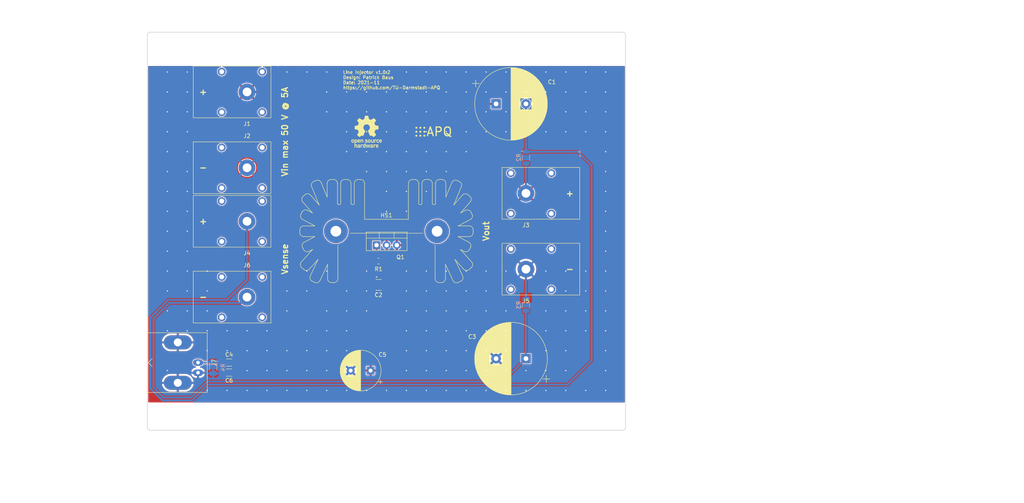
<source format=kicad_pcb>
(kicad_pcb (version 20221018) (generator pcbnew)
  (title_block (title "Line Injector") (date "2022-03-07") (rev "v1.0.1") (comment 1 "Copyright (©) 2021, Patrick Baus <patrick.baus@physik.tu-darmstadt.de>") (comment 2 "Licensed under CERN OHL v.1.2"))
  (layers (0 "F.Cu" signal) (31 "B.Cu" signal) (34 "B.Paste" user) (35 "F.Paste" user) (36 "B.SilkS" user "B.Silkscreen") (37 "F.SilkS" user "F.Silkscreen") (38 "B.Mask" user) (39 "F.Mask" user) (44 "Edge.Cuts" user))
  (net 0 "")
  (net 1 "GND")
  (net 2 "VDD")
  (net 3 "Net-(C4-Pad1)")
  (net 4 "Net-(C4-Pad2)")
  (net 5 "/Remote_Sense_+")
  (net 6 "/Remote_Sense_-")
  (net 7 "Net-(J3-Pad1)")
  (footprint "Capacitor_THT:CP_Radial_D10.0mm_P5.00mm" (layer "F.Cu") (at 107.06 116.355 180)
    (fp_text reference "C5" (at -3 4) (layer "F.SilkS"))
    (fp_text value "33u")
    (pad "1" thru_hole rect (at 0 0 180) (size 2 2) (drill 1) (layers "*.Cu" "*.Mask") (net 2 "VDD"))
    (pad "2" thru_hole circle (at 5 0 180) (size 2 2) (drill 1) (layers "*.Cu" "*.Mask") (net 1 "GND"))
  )
  (footprint "Capacitor_SMD:C_1210_3225Metric" (layer "F.Cu") (at 109.06 94.855 180)
    (fp_text reference "C2" (at 0 -2.5) (layer "F.SilkS"))
    (fp_text value "4.7u")
    (pad "1" smd roundrect (at -1.475 0 180) (size 1.15 2.7) (layers "F.Cu" "F.Paste" "F.Mask") (roundrect_rratio 0.217391) (net 2 "VDD"))
    (pad "2" smd roundrect (at 1.475 0 180) (size 1.15 2.7) (layers "F.Cu" "F.Paste" "F.Mask") (roundrect_rratio 0.217391) (net 1 "GND"))
  )
  (footprint "Capacitor_THT:CP_Radial_D18.0mm_P7.50mm" (layer "F.Cu") (at 138.56 49.355)
    (fp_text reference "C1" (at 14 -5.5) (layer "F.SilkS"))
    (fp_text value "1m")
    (pad "1" thru_hole rect (at 0 0) (size 2.4 2.4) (drill 1.2) (layers "*.Cu" "*.Mask") (net 2 "VDD"))
    (pad "2" thru_hole circle (at 7.5 0) (size 2.4 2.4) (drill 1.2) (layers "*.Cu" "*.Mask") (net 5 "/Remote_Sense_+"))
  )
  (footprint "Capacitor_THT:CP_Radial_D18.0mm_P7.50mm" (layer "F.Cu") (at 146.06 113.355 180)
    (fp_text reference "C3" (at 13.5 5.5) (layer "F.SilkS"))
    (fp_text value "1m")
    (pad "1" thru_hole rect (at 0 0 180) (size 2.4 2.4) (drill 1.2) (layers "*.Cu" "*.Mask") (net 6 "/Remote_Sense_-"))
    (pad "2" thru_hole circle (at 7.5 0 180) (size 2.4 2.4) (drill 1.2) (layers "*.Cu" "*.Mask") (net 1 "GND"))
  )
  (footprint "Custom_footprints:Schuetzinger_4mm_Jack" (layer "F.Cu") (at 76.06 97.905)
    (fp_text reference "J6" (at 0 -8) (layer "F.SilkS"))
    (fp_text value "Conn_01x01_Female")
    (pad "" thru_hole circle (at -6.36 -5.08) (size 2 2) (drill 1.2) (layers "*.Cu" "*.Mask"))
    (pad "" thru_hole circle (at -6.36 5.08) (size 2 2) (drill 1.2) (layers "*.Cu" "*.Mask"))
    (pad "" thru_hole circle (at 3.8 -5.08) (size 2 2) (drill 1.2) (layers "*.Cu" "*.Mask"))
    (pad "" thru_hole circle (at 3.8 5.08) (size 2 2) (drill 1.2) (layers "*.Cu" "*.Mask"))
    (pad "1" thru_hole circle (at 0 0) (size 4.2 4.2) (drill 2.2) (layers "*.Cu" "*.Mask") (net 6 "/Remote_Sense_-"))
  )
  (footprint "Custom_footprints:Schuetzinger_4mm_Jack" (layer "F.Cu") (at 76.06 78.855)
    (fp_text reference "J4" (at 0 8) (layer "F.SilkS"))
    (fp_text value "Conn_01x01_Female")
    (pad "" thru_hole circle (at -6.36 -5.08) (size 2 2) (drill 1.2) (layers "*.Cu" "*.Mask"))
    (pad "" thru_hole circle (at -6.36 5.08) (size 2 2) (drill 1.2) (layers "*.Cu" "*.Mask"))
    (pad "" thru_hole circle (at 3.8 -5.08) (size 2 2) (drill 1.2) (layers "*.Cu" "*.Mask"))
    (pad "" thru_hole circle (at 3.8 5.08) (size 2 2) (drill 1.2) (layers "*.Cu" "*.Mask"))
    (pad "1" thru_hole circle (at 0 0) (size 4.2 4.2) (drill 2.2) (layers "*.Cu" "*.Mask") (net 5 "/Remote_Sense_+"))
  )
  (footprint "Symbol:OSHW-Logo_7.5x8mm_SilkScreen" (layer "F.Cu") (at 106.06 56.355)
    (fp_text reference "LOGO2" hide)
    (fp_text value "Logo_Open_Hardware_Small" hide)
  )
  (footprint "Package_TO_SOT_THT:TO-220-3_Vertical" (layer "F.Cu") (at 108.56 84.855)
    (fp_text reference "Q1" (at 6 3) (layer "F.SilkS"))
    (fp_text value "AOT2618")
    (pad "1" thru_hole rect (at 0 0) (size 1.905 2) (drill 1.1) (layers "*.Cu" "*.Mask") (net 3 "Net-(C4-Pad1)"))
    (pad "2" thru_hole oval (at 2.54 0) (size 1.905 2) (drill 1.1) (layers "*.Cu" "*.Mask") (net 2 "VDD"))
    (pad "3" thru_hole oval (at 5.08 0) (size 1.905 2) (drill 1.1) (layers "*.Cu" "*.Mask") (net 7 "Net-(J3-Pad1)"))
  )
  (footprint "Resistor_SMD:R_0805_2012Metric" (layer "F.Cu") (at 109.06 88.855 180)
    (fp_text reference "R1" (at 0 -2) (layer "F.SilkS"))
    (fp_text value "10k")
    (pad "1" smd roundrect (at -0.9125 0 180) (size 1.025 1.4) (layers "F.Cu" "F.Paste" "F.Mask") (roundrect_rratio 0.243902) (net 2 "VDD"))
    (pad "2" smd roundrect (at 0.9125 0 180) (size 1.025 1.4) (layers "F.Cu" "F.Paste" "F.Mask") (roundrect_rratio 0.243902) (net 3 "Net-(C4-Pad1)"))
  )
  (footprint "Capacitor_SMD:C_1206_3216Metric" (layer "F.Cu") (at 71.56 116.855 180)
    (fp_text reference "C6" (at 0 -2) (layer "F.SilkS"))
    (fp_text value "1u")
    (pad "1" smd roundrect (at -1.475 0 180) (size 1.15 1.8) (layers "F.Cu" "F.Paste" "F.Mask") (roundrect_rratio 0.217391) (net 3 "Net-(C4-Pad1)"))
    (pad "2" smd roundrect (at 1.475 0 180) (size 1.15 1.8) (layers "F.Cu" "F.Paste" "F.Mask") (roundrect_rratio 0.217391) (net 4 "Net-(C4-Pad2)"))
  )
  (footprint "Capacitor_SMD:C_1206_3216Metric" (layer "F.Cu") (at 71.56 114.355 180)
    (fp_text reference "C4" (at 0 2) (layer "F.SilkS"))
    (fp_text value "1u")
    (pad "1" smd roundrect (at -1.475 0 180) (size 1.15 1.8) (layers "F.Cu" "F.Paste" "F.Mask") (roundrect_rratio 0.217391) (net 3 "Net-(C4-Pad1)"))
    (pad "2" smd roundrect (at 1.475 0 180) (size 1.15 1.8) (layers "F.Cu" "F.Paste" "F.Mask") (roundrect_rratio 0.217391) (net 4 "Net-(C4-Pad2)"))
  )
  (footprint "Custom_footprints:Schuetzinger_4mm_Jack" (layer "F.Cu") (at 76.06 65.405)
    (fp_text reference "J2" (at 0 -8) (layer "F.SilkS"))
    (fp_text value "Conn_01x01_Female")
    (pad "" thru_hole circle (at -6.36 -5.08) (size 2 2) (drill 1.2) (layers "*.Cu" "*.Mask"))
    (pad "" thru_hole circle (at -6.36 5.08) (size 2 2) (drill 1.2) (layers "*.Cu" "*.Mask"))
    (pad "" thru_hole circle (at 3.8 -5.08) (size 2 2) (drill 1.2) (layers "*.Cu" "*.Mask"))
    (pad "" thru_hole circle (at 3.8 5.08) (size 2 2) (drill 1.2) (layers "*.Cu" "*.Mask"))
    (pad "1" thru_hole circle (at 0 0) (size 4.2 4.2) (drill 2.2) (layers "*.Cu" "*.Mask") (net 1 "GND"))
  )
  (footprint "Connector_Coaxial:BNC_Amphenol_B6252HB-NPP3G-50_Horizontal" (layer "F.Cu") (at 63.76 114.355 90)
    (fp_text reference "J7" (at 0 4 90) (layer "F.SilkS"))
    (fp_text value "Conn_Coaxial")
    (pad "1" thru_hole oval (at 0 0 90) (size 1.6 2.5) (drill 0.89) (layers "*.Cu" "*.Mask") (net 4 "Net-(C4-Pad2)"))
    (pad "2" thru_hole oval (at -5.08 -5.08 90) (size 3.5 7) (drill 2.01) (layers "*.Cu" "*.Mask") (net 1 "GND"))
    (pad "2" thru_hole oval (at -2.54 0 90) (size 1.6 2.5) (drill 0.89) (layers "*.Cu" "*.Mask") (net 1 "GND"))
    (pad "2" thru_hole oval (at 5.08 -5.08 90) (size 3.5 7) (drill 2.01) (layers "*.Cu" "*.Mask") (net 1 "GND"))
  )
  (footprint "Custom_footprints:Schuetzinger_4mm_Jack" (layer "F.Cu") (at 146.06 90.88 180)
    (fp_text reference "J5" (at 0 -8) (layer "F.SilkS"))
    (fp_text value "Conn_01x01_Female")
    (pad "" thru_hole circle (at -6.36 -5.08 180) (size 2 2) (drill 1.2) (layers "*.Cu" "*.Mask"))
    (pad "" thru_hole circle (at -6.36 5.08 180) (size 2 2) (drill 1.2) (layers "*.Cu" "*.Mask"))
    (pad "" thru_hole circle (at 3.8 -5.08 180) (size 2 2) (drill 1.2) (layers "*.Cu" "*.Mask"))
    (pad "" thru_hole circle (at 3.8 5.08 180) (size 2 2) (drill 1.2) (layers "*.Cu" "*.Mask"))
    (pad "1" thru_hole circle (at 0 0 180) (size 4.2 4.2) (drill 2.2) (layers "*.Cu" "*.Mask") (net 1 "GND"))
  )
  (footprint "Custom_footprints:Schuetzinger_4mm_Jack" (layer "F.Cu") (at 146.06 71.83 180)
    (fp_text reference "J3" (at 0 -8) (layer "F.SilkS"))
    (fp_text value "Conn_01x01_Female")
    (pad "" thru_hole circle (at -6.36 -5.08 180) (size 2 2) (drill 1.2) (layers "*.Cu" "*.Mask"))
    (pad "" thru_hole circle (at -6.36 5.08 180) (size 2 2) (drill 1.2) (layers "*.Cu" "*.Mask"))
    (pad "" thru_hole circle (at 3.8 -5.08 180) (size 2 2) (drill 1.2) (layers "*.Cu" "*.Mask"))
    (pad "" thru_hole circle (at 3.8 5.08 180) (size 2 2) (drill 1.2) (layers "*.Cu" "*.Mask"))
    (pad "1" thru_hole circle (at 0 0 180) (size 4.2 4.2) (drill 2.2) (layers "*.Cu" "*.Mask") (net 7 "Net-(J3-Pad1)"))
  )
  (footprint "Custom_footprints_project:APQ-Logo_small" (layer "F.Cu") (at 118.56 55.355)
    (fp_text reference "LOGO1" hide)
    (fp_text value "Logo_APQ")
    (fp_text user "APQ" (at 5.75 1) (layer "F.SilkS") (effects (font (size 2.2 2.2) (thickness 0.3))))
  )
  (footprint "Custom_footprints:Heatsink_42x25mm_2xFixation_Ohmite-R-series" (layer "F.Cu") (at 111.06 81.355)
    (fp_text reference "HS1" (at -0.025 -4) (layer "F.SilkS"))
    (fp_text value "Heatsink")
    (pad "1" thru_hole circle (at -12.7 0 180) (size 6 6) (drill 2.7) (layers "*.Cu" "*.Mask"))
    (pad "1" thru_hole circle (at 12.7 0) (size 6 6) (drill 2.7) (layers "*.Cu" "*.Mask"))
  )
  (footprint "Custom_footprints:Schuetzinger_4mm_Jack" (layer "F.Cu") (at 76.06 46.355)
    (fp_text reference "J1" (at 0 8) (layer "F.SilkS"))
    (fp_text value "Conn_01x01_Female")
    (pad "" thru_hole circle (at -6.36 -5.08) (size 2 2) (drill 1.2) (layers "*.Cu" "*.Mask"))
    (pad "" thru_hole circle (at -6.36 5.08) (size 2 2) (drill 1.2) (layers "*.Cu" "*.Mask"))
    (pad "" thru_hole circle (at 3.8 -5.08) (size 2 2) (drill 1.2) (layers "*.Cu" "*.Mask"))
    (pad "" thru_hole circle (at 3.8 5.08) (size 2 2) (drill 1.2) (layers "*.Cu" "*.Mask"))
    (pad "1" thru_hole circle (at 0 0) (size 4.2 4.2) (drill 2.2) (layers "*.Cu" "*.Mask") (net 2 "VDD"))
  )
  (footprint "Resistor_SMD:R_1206_3216Metric" (layer "B.Cu") (at 146.06 62.855 -90)
    (fp_text reference "R2" (at 0 1.82 90) (layer "B.SilkS") (effects (justify mirror)))
    (fp_text value "49.9R")
    (pad "1" smd roundrect (at -1.4625 0 270) (size 1.125 1.75) (layers "B.Cu" "B.Paste" "B.Mask") (roundrect_rratio 0.222222) (net 5 "/Remote_Sense_+"))
    (pad "2" smd roundrect (at 1.4625 0 270) (size 1.125 1.75) (layers "B.Cu" "B.Paste" "B.Mask") (roundrect_rratio 0.222222) (net 7 "Net-(J3-Pad1)"))
  )
  (footprint "Resistor_SMD:R_1206_3216Metric" (layer "B.Cu") (at 146.06 99.855 -90)
    (fp_text reference "R3" (at 0 1.82 90) (layer "B.SilkS") (effects (justify mirror)))
    (fp_text value "49.9R")
    (pad "1" smd roundrect (at -1.4625 0 270) (size 1.125 1.75) (layers "B.Cu" "B.Paste" "B.Mask") (roundrect_rratio 0.222222) (net 1 "GND"))
    (pad "2" smd roundrect (at 1.4625 0 270) (size 1.125 1.75) (layers "B.Cu" "B.Paste" "B.Mask") (roundrect_rratio 0.222222) (net 6 "/Remote_Sense_-"))
  )
  (footprint "Resistor_SMD:R_1206_3216Metric" (layer "B.Cu") (at 67.56 115.605 -90)
    (fp_text reference "R4" (at 0 -2.5 90) (layer "B.SilkS") (effects (justify mirror)))
    (fp_text value "49.9R")
    (pad "1" smd roundrect (at -1.4625 0 270) (size 1.125 1.75) (layers "B.Cu" "B.Paste" "B.Mask") (roundrect_rratio 0.222222) (net 4 "Net-(C4-Pad2)"))
    (pad "2" smd roundrect (at 1.4625 0 270) (size 1.125 1.75) (layers "B.Cu" "B.Paste" "B.Mask") (roundrect_rratio 0.222222) (net 1 "GND"))
  )
  (gr_line (start 51.06 130.855) (end 51.06 31.855) (stroke (width 0.15)) (layer "Edge.Cuts"))
  (gr_line (start 51.56 31.355) (end 51.06 31.855) (stroke (width 0.15)) (layer "Edge.Cuts"))
  (gr_line (start 170.56 31.355) (end 171.06 31.855) (stroke (width 0.15)) (layer "Edge.Cuts"))
  (gr_line (start 171.06 130.855) (end 170.56 131.355) (stroke (width 0.15)) (layer "Edge.Cuts"))
  (gr_line (start 51.56 131.355) (end 51.06 130.855) (stroke (width 0.15)) (layer "Edge.Cuts"))
  (gr_line (start 170.56 131.355) (end 51.56 131.355) (stroke (width 0.15)) (layer "Edge.Cuts"))
  (gr_line (start 51.56 31.355) (end 170.56 31.355) (stroke (width 0.15)) (layer "Edge.Cuts"))
  (gr_line (start 171.06 31.855) (end 171.06 130.855) (stroke (width 0.15)) (layer "Edge.Cuts"))
  (gr_text "Vout" (at 136.06 81.355 90) (layer "F.SilkS") (effects (font (size 1.5 1.5) (thickness 0.3))))
  (gr_text "Vsense" (at 85.56 88.355 90) (layer "F.SilkS") (effects (font (size 1.5 1.5) (thickness 0.3))))
  (gr_text "-" (at 65.06 65.355) (layer "F.SilkS") (effects (font (size 1.5 1.5) (thickness 0.3))))
  (gr_text "+" (at 65.06 78.855) (layer "F.SilkS") (effects (font (size 1.5 1.5) (thickness 0.3))))
  (gr_text "-" (at 65.06 97.855) (layer "F.SilkS") (effects (font (size 1.5 1.5) (thickness 0.3))))
  (gr_text "+" (at 157.06 71.855) (layer "F.SilkS") (effects (font (size 1.5 1.5) (thickness 0.3))))
  (gr_text "-" (at 157.06 90.855) (layer "F.SilkS") (effects (font (size 1.5 1.5) (thickness 0.3))))
  (gr_text "+" (at 65.06 46.355) (layer "F.SilkS") (effects (font (size 1.5 1.5) (thickness 0.3))))
  (gr_text "Line injector v1.0.2\nDesign: Patrick Baus\nDate: 2021-11\nhttps://github.com/TU-Darmstadt-APQ" (at 100.06 43.355) (layer "F.SilkS") (effects (font (size 0.8 0.8)) (justify left)))
  (gr_text "Vin max 50 V @ 5A" (at 85.56 56.355 90) (layer "F.SilkS") (effects (font (size 1.5 1.5) (thickness 0.3))))
  (segment (start 107.585 94.855) (end 107.585 95.88) (width 0.5) (layer "F.Cu") (net 1))
  (segment (start 107.585 94.855) (end 107.585 93.83) (width 0.5) (layer "F.Cu") (net 1))
  (segment (start 107.585 93.83) (end 108.56 92.855) (width 0.5) (layer "F.Cu") (net 1))
  (segment (start 107.585 95.88) (end 108.56 96.855) (width 0.5) (layer "F.Cu") (net 1))
  (via (at 131.06 101.355) (size 0.6) (drill 0.3) (layers "F.Cu" "B.Cu") (net 1))
  (via (at 111.06 76.355) (size 0.6) (drill 0.3) (layers "F.Cu" "B.Cu") (net 1))
  (via (at 96.06 41.355) (size 0.6) (drill 0.3) (layers "F.Cu" "B.Cu") (net 1))
  (via (at 61.06 81.355) (size 0.6) (drill 0.3) (layers "F.Cu" "B.Cu") (net 1))
  (via (at 131.06 121.355) (size 0.6) (drill 0.3) (layers "F.Cu" "B.Cu") (net 1))
  (via (at 111.06 121.355) (size 0.6) (drill 0.3) (layers "F.Cu" "B.Cu") (net 1))
  (via (at 116.06 111.355) (size 0.6) (drill 0.3) (layers "F.Cu" "B.Cu") (net 1))
  (via (at 121.06 116.355) (size 0.6) (drill 0.3) (layers "F.Cu" "B.Cu") (net 1))
  (via (at 141.06 56.355) (size 0.6) (drill 0.3) (layers "F.Cu" "B.Cu") (net 1))
  (via (at 151.06 51.355) (size 0.6) (drill 0.3) (layers "F.Cu" "B.Cu") (net 1))
  (via (at 101.06 106.355) (size 0.6) (drill 0.3) (layers "F.Cu" "B.Cu") (net 1))
  (via (at 101.06 41.355) (size 0.6) (drill 0.3) (layers "F.Cu" "B.Cu") (net 1))
  (via (at 121.06 51.355) (size 0.6) (drill 0.3) (layers "F.Cu" "B.Cu") (net 1))
  (via (at 86.06 116.355) (size 0.6) (drill 0.3) (layers "F.Cu" "B.Cu") (net 1))
  (via (at 86.06 91.355) (size 0.6) (drill 0.3) (layers "F.Cu" "B.Cu") (net 1))
  (via (at 136.06 51.355) (size 0.6) (drill 0.3) (layers "F.Cu" "B.Cu") (net 1))
  (via (at 126.06 101.355) (size 0.6) (drill 0.3) (layers "F.Cu" "B.Cu") (net 1))
  (via (at 56.06 81.355) (size 0.6) (drill 0.3) (layers "F.Cu" "B.Cu") (net 1))
  (via (at 101.06 101.355) (size 0.6) (drill 0.3) (layers "F.Cu" "B.Cu") (net 1))
  (via (at 56.06 71.355) (size 0.6) (drill 0.3) (layers "F.Cu" "B.Cu") (net 1))
  (via (at 91.06 41.355) (size 0.6) (drill 0.3) (layers "F.Cu" "B.Cu") (net 1))
  (via (at 121.06 41.355) (size 0.6) (drill 0.3) (layers "F.Cu" "B.Cu") (net 1))
  (via (at 126.06 116.355) (size 0.6) (drill 0.3) (layers "F.Cu" "B.Cu") (net 1))
  (via (at 66.06 121.355) (size 0.6) (drill 0.3) (layers "F.Cu" "B.Cu") (net 1))
  (via (at 101.06 61.355) (size 0.6) (drill 0.3) (layers "F.Cu" "B.Cu") (net 1))
  (via (at 106.06 51.355) (size 0.6) (drill 0.3) (layers "F.Cu" "B.Cu") (net 1))
  (via (at 161.06 101.355) (size 0.6) (drill 0.3) (layers "F.Cu" "B.Cu") (net 1))
  (via (at 136.06 56.355) (size 0.6) (drill 0.3) (layers "F.Cu" "B.Cu") (net 1))
  (via (at 81.06 116.355) (size 0.6) (drill 0.3) (layers "F.Cu" "B.Cu") (net 1))
  (via (at 91.06 96.355) (size 0.6) (drill 0.3) (layers "F.Cu" "B.Cu") (net 1))
  (via (at 166.06 111.355) (size 0.6) (drill 0.3) (layers "F.Cu" "B.Cu") (net 1))
  (via (at 121.06 61.355) (size 0.6) (drill 0.3) (layers "F.Cu" "B.Cu") (net 1))
  (via (at 166.06 61.355) (size 0.6) (drill 0.3) (layers "F.Cu" "B.Cu") (net 1))
  (via (at 56.06 96.355) (size 0.6) (drill 0.3) (layers "F.Cu" "B.Cu") (net 1))
  (via (at 61.06 106.355) (size 0.6) (drill 0.3) (layers "F.Cu" "B.Cu") (net 1))
  (via (at 156.06 91.355) (size 0.6) (drill 0.3) (layers "F.Cu" "B.Cu") (net 1))
  (via (at 151.06 91.355) (size 0.6) (drill 0.3) (layers "F.Cu" "B.Cu") (net 1))
  (via (at 61.06 76.355) (size 0.6) (drill 0.3) (layers "F.Cu" "B.Cu") (net 1))
  (via (at 96.06 116.355) (size 0.6) (drill 0.3) (layers "F.Cu" "B.Cu") (net 1))
  (via (at 106.06 121.355) (size 0.6) (drill 0.3) (layers "F.Cu" "B.Cu") (net 1))
  (via (at 131.06 51.355) (size 0.6) (drill 0.3) (layers "F.Cu" "B.Cu") (net 1))
  (via (at 91.06 111.355) (size 0.6) (drill 0.3) (layers "F.Cu" "B.Cu") (net 1))
  (via (at 141.06 51.355) (size 0.6) (drill 0.3) (layers "F.Cu" "B.Cu") (net 1))
  (via (at 81.06 106.355) (size 0.6) (drill 0.3) (layers "F.Cu" "B.Cu") (net 1))
  (via (at 61.06 71.355) (size 0.6) (drill 0.3) (layers "F.Cu" "B.Cu") (net 1))
  (via (at 156.06 116.355) (size 0.6) (drill 0.3) (layers "F.Cu" "B.Cu") (net 1))
  (via (at 156.06 101.355) (size 0.6) (drill 0.3) (layers "F.Cu" "B.Cu") (net 1))
  (via (at 106.06 66.355) (size 0.6) (drill 0.3) (layers "F.Cu" "B.Cu") (net 1))
  (via (at 56.06 41.355) (size 0.6) (drill 0.3) (layers "F.Cu" "B.Cu") (net 1))
  (via (at 116.06 121.355) (size 0.6) (drill 0.3) (layers "F.Cu" "B.Cu") (net 1))
  (via (at 136.06 41.355) (size 0.6) (drill 0.3) (layers "F.Cu" "B.Cu") (net 1))
  (via (at 166.06 91.355) (size 0.6) (drill 0.3) (layers "F.Cu" "B.Cu") (net 1))
  (via (at 111.06 71.355) (size 0.6) (drill 0.3) (layers "F.Cu" "B.Cu") (net 1))
  (via (at 131.06 111.355) (size 0.6) (drill 0.3) (layers "F.Cu" "B.Cu") (net 1))
  (via (at 61.06 66.355) (size 0.6) (drill 0.3) (layers "F.Cu" "B.Cu") (net 1))
  (via (at 101.06 51.355) (size 0.6) (drill 0.3) (layers "F.Cu" "B.Cu") (net 1))
  (via (at 161.06 91.355) (size 0.6) (drill 0.3) (layers "F.Cu" "B.Cu") (net 1))
  (via (at 136.06 111.355) (size 0.6) (drill 0.3) (layers "F.Cu" "B.Cu") (net 1))
  (via (at 131.06 41.355) (size 0.6) (drill 0.3) (layers "F.Cu" "B.Cu") (net 1))
  (via (at 126.06 46.355) (size 0.6) (drill 0.3) (layers "F.Cu" "B.Cu") (net 1))
  (via (at 66.06 96.355) (size 0.6) (drill 0.3) (layers "F.Cu" "B.Cu") (net 1))
  (via (at 86.06 121.355) (size 0.6) (drill 0.3) (layers "F.Cu" "B.Cu") (net 1))
  (via (at 141.06 91.355) (size 0.6) (drill 0.3) (layers "F.Cu" "B.Cu") (net 1))
  (via (at 108.56 96.855) (size 0.6) (drill 0.3) (layers "F.Cu" "B.Cu") (net 1))
  (via (at 116.06 101.355) (size 0.6) (drill 0.3) (layers "F.Cu" "B.Cu") (net 1))
  (via (at 106.06 61.355) (size 0.6) (drill 0.3) (layers "F.Cu" "B.Cu") (net 1))
  (via (at 81.06 111.355) (size 0.6) (drill 0.3) (layers "F.Cu" "B.Cu") (net 1))
  (via (at 91.06 91.355) (size 0.6) (drill 0.3) (layers "F.Cu" "B.Cu") (net 1))
  (via (at 136.06 116.355) (size 0.6) (drill 0.3) (layers "F.Cu" "B.Cu") (net 1))
  (via (at 166.06 86.355) (size 0.6) (drill 0.3) (layers "F.Cu" "B.Cu") (net 1))
  (via (at 166.06 46.355) (size 0.6) (drill 0.3) (layers "F.Cu" "B.Cu") (net 1))
  (via (at 111.06 41.355) (size 0.6) (drill 0.3) (layers "F.Cu" "B.Cu") (net 1))
  (via (at 131.06 96.355) (size 0.6) (drill 0.3) (layers "F.Cu" "B.Cu") (net 1))
  (via (at 126.06 51.355) (size 0.6) (drill 0.3) (layers "F.Cu" "B.Cu") (net 1))
  (via (at 161.06 46.355) (size 0.6) (drill 0.3) (layers "F.Cu" "B.Cu") (net 1))
  (via (at 61.06 86.355) (size 0.6) (drill 0.3) (layers "F.Cu" "B.Cu") (net 1))
  (via (at 56.06 101.355) (size 0.6) (drill 0.3) (layers "F.Cu" "B.Cu") (net 1))
  (via (at 146.06 121.355) (size 0.6) (drill 0.3) (layers "F.Cu" "B.Cu") (net 1))
  (via (at 166.06 76.355) (size 0.6) (drill 0.3) (layers "F.Cu" "B.Cu") (net 1))
  (via (at 136.06 91.355) (size 0.6) (drill 0.3) (layers "F.Cu" "B.Cu") (net 1))
  (via (at 101.06 46.355) (size 0.6) (drill 0.3) (layers "F.Cu" "B.Cu") (net 1))
  (via (at 76.06 111.355) (size 0.6) (drill 0.3) (layers "F.Cu" "B.Cu") (net 1))
  (via (at 151.06 46.355) (size 0.6) (drill 0.3) (layers "F.Cu" "B.Cu") (net 1))
  (via (at 121.06 106.355) (size 0.6) (drill 0.3) (layers "F.Cu" "B.Cu") (net 1))
  (via (at 91.06 121.355) (size 0.6) (drill 0.3) (layers "F.Cu" "B.Cu") (net 1))
  (via (at 116.06 66.355) (size 0.6) (drill 0.3) (layers "F.Cu" "B.Cu") (net 1))
  (via (at 101.06 111.355) (size 0.6) (drill 0.3) (layers "F.Cu" "B.Cu") (net 1))
  (via (at 108.56 92.855) (size 0.6) (drill 0.3) (layers "F.Cu" "B.Cu") (net 1))
  (via (at 71.06 121.355) (size 0.6) (drill 0.3) (layers "F.Cu" "B.Cu") (net 1))
  (via (at 86.06 101.355) (size 0.6) (drill 0.3) (layers "F.Cu" "B.Cu") (net 1))
  (via (at 156.06 96.355) (size 0.6) (drill 0.3) (layers "F.Cu" "B.Cu") (net 1))
  (via (at 66.06 91.355) (size 0.6) (drill 0.3) (layers "F.Cu" "B.Cu") (net 1))
  (via (at 121.06 91.355) (size 0.6) (drill 0.3) (layers "F.Cu" "B.Cu") (net 1))
  (via (at 111.06 56.355) (size 0.6) (drill 0.3) (layers "F.Cu" "B.Cu") (net 1))
  (via (at 126.06 121.355) (size 0.6) (drill 0.3) (layers "F.Cu" "B.Cu") (net 1))
  (via (at 126.06 61.355) (size 0.6) (drill 0.3) (layers "F.Cu" "B.Cu") (net 1))
  (via (at 146.06 46.355) (size 0.6) (drill 0.3) (layers "F.Cu" "B.Cu") (net 1))
  (via (at 116.06 56.355) (size 0.6) (drill 0.3) (layers "F.Cu" "B.Cu") (net 1))
  (via (at 121.06 111.355) (size 0.6) (drill 0.3) (layers "F.Cu" "B.Cu") (net 1))
  (via (at 141.06 121.355) (size 0.6) (drill 0.3) (layers "F.Cu" "B.Cu") (net 1))
  (via (at 116.06 116.355) (size 0.6) (drill 0.3) (layers "F.Cu" "B.Cu") (net 1))
  (via (at 56.06 91.355) (size 0.6) (drill 0.3) (layers "F.Cu" "B.Cu") (net 1))
  (via (at 91.06 116.355) (size 0.6) (drill 0.3) (layers "F.Cu" "B.Cu") (net 1))
  (via (at 136.06 101.355) (size 0.6) (drill 0.3) (layers "F.Cu" "B.Cu") (net 1))
  (via (at 131.06 61.355) (size 0.6) (drill 0.3) (layers "F.Cu" "B.Cu") (net 1))
  (via (at 81.06 121.355) (size 0.6) (drill 0.3) (layers "F.Cu" "B.Cu") (net 1))
  (via (at 126.06 56.355) (size 0.6) (drill 0.3) (layers "F.Cu" "B.Cu") (net 1))
  (via (at 136.06 106.355) (size 0.6) (drill 0.3) (layers "F.Cu" "B.Cu") (net 1))
  (via (at 146.06 116.355) (size 0.6) (drill 0.3) (layers "F.Cu" "B.Cu") (net 1))
  (via (at 116.06 91.355) (size 0.6) (drill 0.3) (layers "F.Cu" "B.Cu") (net 1))
  (via (at 101.06 121.355) (size 0.6) (drill 0.3) (layers "F.Cu" "B.Cu") (net 1))
  (via (at 141.06 106.355) (size 0.6) (drill 0.3) (layers "F.Cu" "B.Cu") (net 1))
  (via (at 136.06 96.355) (size 0.6) (drill 0.3) (layers "F.Cu" "B.Cu") (net 1))
  (via (at 151.06 111.355) (size 0.6) (drill 0.3) (layers "F.Cu" "B.Cu") (net 1))
  (via (at 126.06 41.355) (size 0.6) (drill 0.3) (layers "F.Cu" "B.Cu") (net 1))
  (via (at 156.06 56.355) (size 0.6) (drill 0.3) (layers "F.Cu" "B.Cu") (net 1))
  (via (at 121.06 96.355) (size 0.6) (drill 0.3) (layers "F.Cu" "B.Cu") (net 1))
  (via (at 61.06 51.355) (size 0.6) (drill 0.3) (layers "F.Cu" "B.Cu") (net 1))
  (via (at 131.06 46.355) (size 0.6) (drill 0.3) (layers "F.Cu" "B.Cu") (net 1))
  (via (at 86.06 111.355) (size 0.6) (drill 0.3) (layers "F.Cu" "B.Cu") (net 1))
  (via (at 166.06 121.355) (size 0.6) (drill 0.3) (layers "F.Cu" "B.Cu") (net 1))
  (via (at 96.06 101.355) (size 0.6) (drill 0.3) (layers "F.Cu" "B.Cu") (net 1))
  (via (at 61.06 41.355) (size 0.6) (drill 0.3) (layers "F.Cu" "B.Cu") (net 1))
  (via (at 166.06 101.355) (size 0.6) (drill 0.3) (layers "F.Cu" "B.Cu") (net 1))
  (via (at 126.06 106.355) (size 0.6) (drill 0.3) (layers "F.Cu" "B.Cu") (net 1))
  (via (at 56.06 86.355) (size 0.6) (drill 0.3) (layers "F.Cu" "B.Cu") (net 1))
  (via (at 161.06 56.355) (size 0.6) (drill 0.3) (layers "F.Cu" "B.Cu") (net 1))
  (via (at 76.06 116.355) (size 0.6) (drill 0.3) (layers "F.Cu" "B.Cu") (net 1))
  (via (at 161.06 96.355) (size 0.6) (drill 0.3) (layers "F.Cu" "B.Cu") (net 1))
  (via (at 61.06 91.355) (size 0.6) (drill 0.3) (layers "F.Cu" "B.Cu") (net 1))
  (via (at 126.06 111.355) (size 0.6) (drill 0.3) (layers "F.Cu" "B.Cu") (net 1))
  (via (at 166.06 56.355) (size 0.6) (drill 0.3) (layers "F.Cu" "B.Cu") (net 1))
  (via (at 166.06 96.355) (size 0.6) (drill 0.3) (layers "F.Cu" "B.Cu") (net 1))
  (via (at 106.06 96.355) (size 0.6) (drill 0.3) (layers "F.Cu" "B.Cu") (net 1))
  (via (at 166.06 81.355) (size 0.6) (drill 0.3) (layers "F.Cu" "B.Cu") (net 1))
  (via (at 56.06 116.355) (size 0.6) (drill 0.3) (layers "F.Cu" "B.Cu") (net 1))
  (via (at 66.06 106.355) (size 0.6) (drill 0.3) (layers "F.Cu" "B.Cu") (net 1))
  (via (at 116.06 51.355) (size 0.6) (drill 0.3) (layers "F.Cu" "B.Cu") (net 1))
  (via (at 141.06 46.355) (size 0.6) (drill 0.3) (layers "F.Cu" "B.Cu") (net 1))
  (via (at 141.06 41.355) (size 0.6) (drill 0.3) (layers "F.Cu" "B.Cu") (net 1))
  (via (at 61.06 61.355) (size 0.6) (drill 0.3) (layers "F.Cu" "B.Cu") (net 1))
  (via (at 136.06 46.355) (size 0.6) (drill 0.3) (layers "F.Cu" "B.Cu") (net 1))
  (via (at 166.06 106.355) (size 0.6) (drill 0.3) (layers "F.Cu" "B.Cu") (net 1))
  (via (at 161.06 106.355) (size 0.6) (drill 0.3) (layers "F.Cu" "B.Cu") (net 1))
  (via (at 156.06 41.355) (size 0.6) (drill 0.3) (layers "F.Cu" "B.Cu") (net 1))
  (via (at 56.06 106.355) (size 0.6) (drill 0.3) (layers "F.Cu" "B.Cu") (net 1))
  (via (at 56.06 76.355) (size 0.6) (drill 0.3) (layers "F.Cu" "B.Cu") (net 1))
  (via (at 66.06 111.355) (size 0.6) (drill 0.3) (layers "F.Cu" "B.Cu") (net 1))
  (via (at 106.06 56.355) (size 0.6) (drill 0.3) (layers "F.Cu" "B.Cu") (net 1))
  (via (at 121.06 46.355) (size 0.6) (drill 0.3) (layers "F.Cu" "B.Cu") (net 1))
  (via (at 111.06 66.355) (size 0.6) (drill 0.3) (layers "F.Cu" "B.Cu") (net 1))
  (via (at 151.06 121.355) (size 0.6) (drill 0.3) (layers "F.Cu" "B.Cu") (net 1))
  (via (at 71.06 111.355) (size 0.6) (drill 0.3) (layers "F.Cu" "B.Cu") (net 1))
  (via (at 131.06 106.355) (size 0.6) (drill 0.3) (layers "F.Cu" "B.Cu") (net 1))
  (via (at 121.06 121.355) (size 0.6) (drill 0.3) (layers "F.Cu" "B.Cu") (net 1))
  (via (at 56.06 51.355) (size 0.6) (drill 0.3) (layers "F.Cu" "B.Cu") (net 1))
  (via (at 151.06 56.355) (size 0.6) (drill 0.3) (layers "F.Cu" "B.Cu") (net 1))
  (via (at 121.06 71.355) (size 0.6) (drill 0.3) (layers "F.Cu" "B.Cu") (net 1))
  (via (at 106.06 91.355) (size 0.6) (drill 0.3) (layers "F.Cu" "B.Cu") (net 1))
  (via (at 126.06 91.355) (size 0.6) (drill 0.3) (layers "F.Cu" "B.Cu") (net 1))
  (via (at 86.06 41.355) (size 0.6) (drill 0.3) (layers "F.Cu" "B.Cu") (net 1))
  (via (at 61.06 101.355) (size 0.6) (drill 0.3) (layers "F.Cu" "B.Cu") (net 1))
  (via (at 116.06 76.355) (size 0.6) (drill 0.3) (layers "F.Cu" "B.Cu") (net 1))
  (via (at 96.06 46.355) (size 0.6) (drill 0.3) (layers "F.Cu" "B.Cu") (net 1))
  (via (at 61.06 56.355) (size 0.6) (drill 0.3) (layers "F.Cu" "B.Cu") (net 1))
  (via (at 151.06 41.355) (size 0.6) (drill 0.3) (layers "F.Cu" "B.Cu") (net 1))
  (via (at 106.06 101.355) (size 0.6) (drill 0.3) (layers "F.Cu" "B.Cu") (net 1))
  (via (at 121.06 56.355) (size 0.6) (drill 0.3) (layers "F.Cu" "B.Cu") (net 1))
  (via (at 156.06 46.355) (size 0.6) (drill 0.3) (layers "F.Cu" "B.Cu") (net 1))
  (via (at 61.06 96.355) (size 0.6) (drill 0.3) (layers "F.Cu" "B.Cu") (net 1))
  (via (at 166.06 51.355) (size 0.6) (drill 0.3) (layers "F.Cu" "B.Cu") (net 1))
  (via (at 146.06 41.355) (size 0.6) (drill 0.3) (layers "F.Cu" "B.Cu") (net 1))
  (via (at 111.06 61.355) (size 0.6) (drill 0.3) (layers "F.Cu" "B.Cu") (net 1))
  (via (at 131.06 91.355) (size 0.6) (drill 0.3) (layers "F.Cu" "B.Cu") (net 1))
  (via (at 61.06 46.355) (size 0.6) (drill 0.3) (layers "F.Cu" "B.Cu") (net 1))
  (via (at 116.06 46.355) (size 0.6) (drill 0.3) (layers "F.Cu" "B.Cu") (net 1))
  (via (at 56.06 61.355) (size 0.6) (drill 0.3) (layers "F.Cu" "B.Cu") (net 1))
  (via (at 151.06 101.355) (size 0.6) (drill 0.3) (layers "F.Cu" "B.Cu") (net 1))
  (via (at 161.06 51.355) (size 0.6) (drill 0.3) (layers "F.Cu" "B.Cu") (net 1))
  (via (at 101.06 56.355) (size 0.6) (drill 0.3) (layers "F.Cu" "B.Cu") (net 1))
  (via (at 141.06 101.355) (size 0.6) (drill 0.3) (layers "F.Cu" "B.Cu") (net 1))
  (via (at 96.06 106.355) (size 0.6) (drill 0.3) (layers "F.Cu" "B.Cu") (net 1))
  (via (at 156.06 111.355) (size 0.6) (drill 0.3) (layers "F.Cu" "B.Cu") (net 1))
  (via (at 166.06 66.355) (size 0.6) (drill 0.3) (layers "F.Cu" "B.Cu") (net 1))
  (via (at 166.06 41.355) (size 0.6) (drill 0.3) (layers "F.Cu" "B.Cu") (net 1))
  (via (at 141.06 111.355) (size 0.6) (drill 0.3) (layers "F.Cu" "B.Cu") (net 1))
  (via (at 126.06 96.355) (size 0.6) (drill 0.3) (layers "F.Cu" "B.Cu") (net 1))
  (via (at 71.06 106.355) (size 0.6) (drill 0.3) (layers "F.Cu" "B.Cu") (net 1))
  (via (at 166.06 116.355) (size 0.6) (drill 0.3) (layers "F.Cu" "B.Cu") (net 1))
  (via (at 106.06 41.355) (size 0.6) (drill 0.3) (layers "F.Cu" "B.Cu") (net 1))
  (via (at 131.06 116.355) (size 0.6) (drill 0.3) (layers "F.Cu" "B.Cu") (net 1))
  (via (at 76.06 121.355) (size 0.6) (drill 0.3) (layers "F.Cu" "B.Cu") (net 1))
  (via (at 166.06 71.355) (size 0.6) (drill 0.3) (layers "F.Cu" "B.Cu") (net 1))
  (via (at 126.06 66.355) (size 0.6) (drill 0.3) (layers "F.Cu" "B.Cu") (net 1))
  (via (at 151.06 106.355) (size 0.6) (drill 0.3) (layers "F.Cu" "B.Cu") (net 1))
  (via (at 96.06 111.355) (size 0.6) (drill 0.3) (layers "F.Cu" "B.Cu") (net 1))
  (via (at 96.06 91.355) (size 0.6) (drill 0.3) (layers "F.Cu" "B.Cu") (net 1))
  (via (at 96.06 121.355) (size 0.6) (drill 0.3) (layers "F.Cu" "B.Cu") (net 1))
  (via (at 106.06 46.355) (size 0.6) (drill 0.3) (layers "F.Cu" "B.Cu") (net 1))
  (via (at 121.06 101.355) (size 0.6) (drill 0.3) (layers "F.Cu" "B.Cu") (net 1))
  (via (at 66.06 101.355) (size 0.6) (drill 0.3) (layers "F.Cu" "B.Cu") (net 1))
  (via (at 111.06 51.355) (size 0.6) (drill 0.3) (layers "F.Cu" "B.Cu") (net 1))
  (via (at 91.06 106.355) (size 0.6) (drill 0.3) (layers "F.Cu" "B.Cu") (net 1))
  (via (at 96.06 51.355) (size 0.6) (drill 0.3) (layers "F.Cu" "B.Cu") (net 1))
  (via (at 111.06 46.355) (size 0.6) (drill 0.3) (layers "F.Cu" "B.Cu") (net 1))
  (via (at 116.06 71.355) (size 0.6) (drill 0.3) (layers "F.Cu" "B.Cu") (net 1))
  (via (at 161.06 41.355) (size 0.6) (drill 0.3) (layers "F.Cu" "B.Cu") (net 1))
  (via (at 116.06 41.355) (size 0.6) (drill 0.3) (layers "F.Cu" "B.Cu") (net 1))
  (via (at 116.06 106.355) (size 0.6) (drill 0.3) (layers "F.Cu" "B.Cu") (net 1))
  (via (at 116.06 96.355) (size 0.6) (drill 0.3) (layers "F.Cu" "B.Cu") (net 1))
  (via (at 56.06 46.355) (size 0.6) (drill 0.3) (layers "F.Cu" "B.Cu") (net 1))
  (via (at 76.06 106.355) (size 0.6) (drill 0.3) (layers "F.Cu" "B.Cu") (net 1))
  (via (at 86.06 96.355) (size 0.6) (drill 0.3) (layers "F.Cu" "B.Cu") (net 1))
  (via (at 101.06 96.355) (size 0.6) (drill 0.3) (layers "F.Cu" "B.Cu") (net 1))
  (via (at 121.06 66.355) (size 0.6) (drill 0.3) (layers "F.Cu" "B.Cu") (net 1))
  (via (at 136.06 121.355) (size 0.6) (drill 0.3) (layers "F.Cu" "B.Cu") (net 1))
  (via (at 131.06 56.355) (size 0.6) (drill 0.3) (layers "F.Cu" "B.Cu") (net 1))
  (via (at 161.06 121.355) (size 0.6) (drill 0.3) (layers "F.Cu" "B.Cu") (net 1))
  (via (at 156.06 121.355) (size 0.6) (drill 0.3) (layers "F.Cu" "B.Cu") (net 1))
  (via (at 156.06 51.355) (size 0.6) (drill 0.3) (layers "F.Cu" "B.Cu") (net 1))
  (via (at 151.06 116.355) (size 0.6) (drill 0.3) (layers "F.Cu" "B.Cu") (net 1))
  (via (at 156.06 106.355) (size 0.6) (drill 0.3) (layers "F.Cu" "B.Cu") (net 1))
  (via (at 141.06 116.355) (size 0.6) (drill 0.3) (layers "F.Cu" "B.Cu") (net 1))
  (via (at 116.06 61.355) (size 0.6) (drill 0.3) (layers "F.Cu" "B.Cu") (net 1))
  (via (at 56.06 66.355) (size 0.6) (drill 0.3) (layers "F.Cu" "B.Cu") (net 1))
  (via (at 56.06 56.355) (size 0.6) (drill 0.3) (layers "F.Cu" "B.Cu") (net 1))
  (segment (start 146.06 98.3925) (end 146.06 90.88) (width 0.5) (layer "B.Cu") (net 1))
  (segment (start 63.76 116.895) (end 66.1 116.895) (width 0.5) (layer "B.Cu") (net 1))
  (segment (start 67.56 117.0675) (end 66.2725 117.0675) (width 0.5) (layer "B.Cu") (net 1))
  (segment (start 66.2725 117.0675) (end 66.1 116.895) (width 0.5) (layer "B.Cu") (net 1))
  (segment (start 92.56 46.355) (end 76.06 46.355) (width 0.5) (layer "F.Cu") (net 2))
  (segment (start 138.56 49.355) (end 95.56 49.355) (width 0.5) (layer "F.Cu") (net 2))
  (segment (start 95.56 49.355) (end 92.56 46.355) (width 0.5) (layer "F.Cu") (net 2))
  (segment (start 108.56 86.555) (end 108.1475 86.9675) (width 0.5) (layer "F.Cu") (net 3))
  (segment (start 108.1475 86.9675) (end 108.1475 88.855) (width 0.5) (layer "F.Cu") (net 3))
  (segment (start 73.035 114.355) (end 79.16 114.355) (width 0.5) (layer "F.Cu") (net 3))
  (segment (start 104.66 88.855) (end 108.1475 88.855) (width 0.5) (layer "F.Cu") (net 3))
  (segment (start 79.16 114.355) (end 104.66 88.855) (width 0.5) (layer "F.Cu") (net 3))
  (segment (start 108.56 84.855) (end 108.56 86.555) (width 0.5) (layer "F.Cu") (net 3))
  (segment (start 73.035 116.855) (end 73.035 114.355) (width 0.5) (layer "F.Cu") (net 3))
  (segment (start 70.085 114.355) (end 70.085 116.855) (width 0.5) (layer "F.Cu") (net 4))
  (segment (start 68.86 114.355) (end 63.76 114.355) (width 0.5) (layer "F.Cu") (net 4))
  (segment (start 68.86 114.355) (end 70.085 114.355) (width 0.5) (layer "F.Cu") (net 4))
  (segment (start 63.76 114.355) (end 66.06 114.355) (width 0.5) (layer "B.Cu") (net 4))
  (segment (start 66.2725 114.1425) (end 66.06 114.355) (width 0.5) (layer "B.Cu") (net 4))
  (segment (start 67.56 114.1425) (end 66.2725 114.1425) (width 0.5) (layer "B.Cu") (net 4))
  (segment (start 159.0975 61.3925) (end 162.56 64.855) (width 0.5) (layer "B.Cu") (net 5))
  (segment (start 156.56 119.855) (end 66.31 119.855) (width 0.5) (layer "B.Cu") (net 5))
  (segment (start 162.56 64.855) (end 162.56 113.855) (width 0.5) (layer "B.Cu") (net 5))
  (segment (start 76.06 93.605) (end 76.06 78.855) (width 0.5) (layer "B.Cu") (net 5))
  (segment (start 66.31 119.855) (end 62.31 123.855) (width 0.5) (layer "B.Cu") (net 5))
  (segment (start 162.56 113.855) (end 156.56 119.855) (width 0.5) (layer "B.Cu") (net 5))
  (segment (start 54.81 123.855) (end 51.81 120.855) (width 0.5) (layer "B.Cu") (net 5))
  (segment (start 51.81 120.855) (end 51.81 103.105) (width 0.5) (layer "B.Cu") (net 5))
  (segment (start 146.06 61.3925) (end 159.0975 61.3925) (width 0.5) (layer "B.Cu") (net 5))
  (segment (start 71.06 98.605) (end 76.06 93.605) (width 0.5) (layer "B.Cu") (net 5))
  (segment (start 146.06 61.3925) (end 146.06 49.355) (width 0.5) (layer "B.Cu") (net 5))
  (segment (start 56.31 98.605) (end 71.06 98.605) (width 0.5) (layer "B.Cu") (net 5))
  (segment (start 51.81 103.105) (end 56.31 98.605) (width 0.5) (layer "B.Cu") (net 5))
  (segment (start 62.31 123.855) (end 54.81 123.855) (width 0.5) (layer "B.Cu") (net 5))
  (segment (start 56.56 99.355) (end 74.61 99.355) (width 0.5) (layer "B.Cu") (net 6))
  (segment (start 146.06 113.355) (end 146.06 109.855) (width 0.5) (layer "B.Cu") (net 6))
  (segment (start 52.56 103.355) (end 56.56 99.355) (width 0.5) (layer "B.Cu") (net 6))
  (segment (start 52.56 120.605) (end 52.56 103.355) (width 0.5) (layer "B.Cu") (net 6))
  (segment (start 140.31 119.105) (end 66.06 119.105) (width 0.5) (layer "B.Cu") (net 6))
  (segment (start 66.06 119.105) (end 62.06 123.105) (width 0.5) (layer "B.Cu") (net 6))
  (segment (start 146.06 113.355) (end 140.31 119.105) (width 0.5) (layer "B.Cu") (net 6))
  (segment (start 55.06 123.105) (end 52.56 120.605) (width 0.5) (layer "B.Cu") (net 6))
  (segment (start 74.61 99.355) (end 76.06 97.905) (width 0.5) (layer "B.Cu") (net 6))
  (segment (start 62.06 123.105) (end 55.06 123.105) (width 0.5) (layer "B.Cu") (net 6))
  (segment (start 146.06 101.3175) (end 146.06 109.855) (width 0.5) (layer "B.Cu") (net 6))
  (segment (start 146.06 71.83) (end 146.06 64.3175) (width 0.5) (layer "B.Cu") (net 7))
  (zone (net 2) (net_name "VDD") (layer "F.Cu") (priority 1) (connect_pads (clearance 0.2)) (min_thickness 0.254) (fill yes (thermal_gap 0.508) (thermal_bridge_width 0.508) (smoothing chamfer) (radius 0.25))
    (polygon (pts (xy 62.56 86.855) (xy 109.06 86.855) (xy 109.06 98.355) (xy 104.56 113.855) (xy 104.56 118.355) (xy 112.06 118.355) (xy 112.06 79.855) (xy 83.56 39.855) (xy 62.56 39.855)))
  )
  (zone (net 7) (net_name "Net-(J3-Pad1)") (layer "F.Cu") (priority 1) (connect_pads (clearance 0.2)) (min_thickness 0.254) (fill yes (thermal_gap 0.508) (thermal_bridge_width 0.508) (smoothing chamfer) (radius 0.25))
    (polygon (pts (xy 159.56 86.855) (xy 112.56 86.855) (xy 112.56 79.855) (xy 135.06 61.355) (xy 159.56 61.355)))
  )
  (zone (net 1) (net_name "GND") (layer "F.Cu") (connect_pads (clearance 0.2)) (min_thickness 0.254) (fill yes (thermal_gap 0.508) (thermal_bridge_width 0.508) (smoothing chamfer) (radius 0.25))
    (polygon (pts (xy 171.06 124.355) (xy 51.06 124.355) (xy 51.06 39.855) (xy 171.06 39.855)))
  )
  (zone (net 1) (net_name "GND") (layer "B.Cu") (connect_pads (clearance 0.2)) (min_thickness 0.254) (fill yes (thermal_gap 0.508) (thermal_bridge_width 0.508) (smoothing chamfer) (radius 0.25))
    (polygon (pts (xy 171.06 124.355) (xy 51.06 124.355) (xy 51.06 39.855) (xy 171.06 39.855)))
    (polygon (pts (xy 145.56 92.855) (xy 145.56 96.855) (xy 144.56 96.855) (xy 144.56 99.355) (xy 147.56 99.355) (xy 147.56 96.855) (xy 146.56 96.855) (xy 146.56 92.855)))
  )
)
</source>
